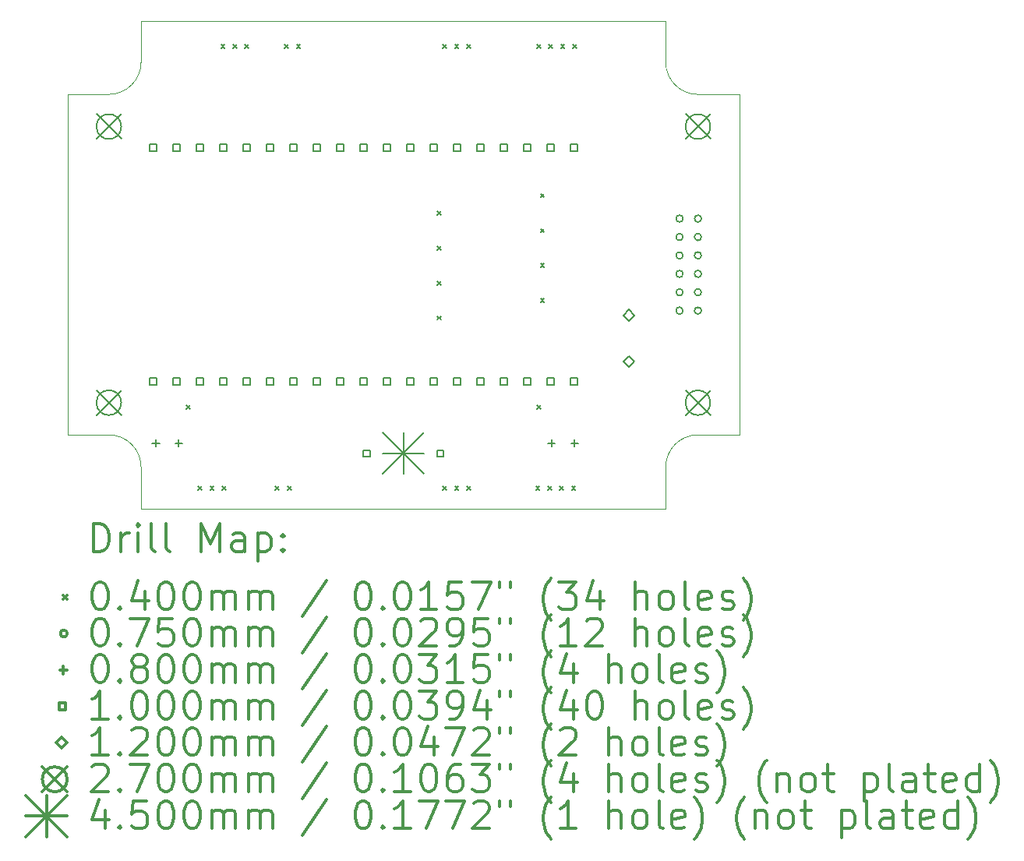
<source format=gbr>
%FSLAX45Y45*%
G04 Gerber Fmt 4.5, Leading zero omitted, Abs format (unit mm)*
G04 Created by KiCad (PCBNEW (5.1.10)-1) date 2021-11-20 11:05:54*
%MOMM*%
%LPD*%
G01*
G04 APERTURE LIST*
%TA.AperFunction,Profile*%
%ADD10C,0.050000*%
%TD*%
%ADD11C,0.200000*%
%ADD12C,0.300000*%
G04 APERTURE END LIST*
D10*
X6850000Y4500000D02*
G75*
G02*
X6500000Y4850000I0J350000D01*
G01*
X6500000Y5300000D02*
X6500000Y4850000D01*
X7300000Y4500000D02*
X6850000Y4500000D01*
X800000Y450000D02*
G75*
G03*
X450000Y800000I-350000J0D01*
G01*
X6500000Y450000D02*
G75*
G02*
X6850000Y800000I350000J0D01*
G01*
X7300000Y800000D02*
X6850000Y800000D01*
X6500000Y0D02*
X6500000Y450000D01*
X800000Y5300000D02*
X800000Y4850000D01*
X800000Y4850000D02*
G75*
G02*
X450000Y4500000I-350000J0D01*
G01*
X0Y4500000D02*
X0Y800000D01*
X6500000Y5300000D02*
X800000Y5300000D01*
X7300000Y800000D02*
X7300000Y4500000D01*
X800000Y0D02*
X6500000Y0D01*
X0Y800000D02*
X450000Y800000D01*
X800000Y450000D02*
X800000Y0D01*
X0Y4500000D02*
X450000Y4500000D01*
D11*
X1290000Y1120000D02*
X1330000Y1080000D01*
X1330000Y1120000D02*
X1290000Y1080000D01*
X1420000Y240000D02*
X1460000Y200000D01*
X1460000Y240000D02*
X1420000Y200000D01*
X1550000Y240000D02*
X1590000Y200000D01*
X1590000Y240000D02*
X1550000Y200000D01*
X1670000Y5040000D02*
X1710000Y5000000D01*
X1710000Y5040000D02*
X1670000Y5000000D01*
X1680000Y240000D02*
X1720000Y200000D01*
X1720000Y240000D02*
X1680000Y200000D01*
X1800000Y5040000D02*
X1840000Y5000000D01*
X1840000Y5040000D02*
X1800000Y5000000D01*
X1930000Y5040000D02*
X1970000Y5000000D01*
X1970000Y5040000D02*
X1930000Y5000000D01*
X2260000Y240000D02*
X2300000Y200000D01*
X2300000Y240000D02*
X2260000Y200000D01*
X2360000Y5040000D02*
X2400000Y5000000D01*
X2400000Y5040000D02*
X2360000Y5000000D01*
X2390000Y240000D02*
X2430000Y200000D01*
X2430000Y240000D02*
X2390000Y200000D01*
X2490000Y5040000D02*
X2530000Y5000000D01*
X2530000Y5040000D02*
X2490000Y5000000D01*
X4020000Y3230000D02*
X4060000Y3190000D01*
X4060000Y3230000D02*
X4020000Y3190000D01*
X4020000Y2850000D02*
X4060000Y2810000D01*
X4060000Y2850000D02*
X4020000Y2810000D01*
X4020000Y2470000D02*
X4060000Y2430000D01*
X4060000Y2470000D02*
X4020000Y2430000D01*
X4020000Y2090000D02*
X4060000Y2050000D01*
X4060000Y2090000D02*
X4020000Y2050000D01*
X4080000Y5040000D02*
X4120000Y5000000D01*
X4120000Y5040000D02*
X4080000Y5000000D01*
X4080000Y240000D02*
X4120000Y200000D01*
X4120000Y240000D02*
X4080000Y200000D01*
X4210000Y5040000D02*
X4250000Y5000000D01*
X4250000Y5040000D02*
X4210000Y5000000D01*
X4210000Y240000D02*
X4250000Y200000D01*
X4250000Y240000D02*
X4210000Y200000D01*
X4340000Y5040000D02*
X4380000Y5000000D01*
X4380000Y5040000D02*
X4340000Y5000000D01*
X4340000Y240000D02*
X4380000Y200000D01*
X4380000Y240000D02*
X4340000Y200000D01*
X5090000Y240000D02*
X5130000Y200000D01*
X5130000Y240000D02*
X5090000Y200000D01*
X5100000Y5040000D02*
X5140000Y5000000D01*
X5140000Y5040000D02*
X5100000Y5000000D01*
X5100000Y1120000D02*
X5140000Y1080000D01*
X5140000Y1120000D02*
X5100000Y1080000D01*
X5140000Y3420000D02*
X5180000Y3380000D01*
X5180000Y3420000D02*
X5140000Y3380000D01*
X5140000Y3040000D02*
X5180000Y3000000D01*
X5180000Y3040000D02*
X5140000Y3000000D01*
X5140000Y2660000D02*
X5180000Y2620000D01*
X5180000Y2660000D02*
X5140000Y2620000D01*
X5140000Y2280000D02*
X5180000Y2240000D01*
X5180000Y2280000D02*
X5140000Y2240000D01*
X5220000Y240000D02*
X5260000Y200000D01*
X5260000Y240000D02*
X5220000Y200000D01*
X5230000Y5040000D02*
X5270000Y5000000D01*
X5270000Y5040000D02*
X5230000Y5000000D01*
X5350000Y240000D02*
X5390000Y200000D01*
X5390000Y240000D02*
X5350000Y200000D01*
X5360000Y5040000D02*
X5400000Y5000000D01*
X5400000Y5040000D02*
X5360000Y5000000D01*
X5480000Y240000D02*
X5520000Y200000D01*
X5520000Y240000D02*
X5480000Y200000D01*
X5490000Y5040000D02*
X5530000Y5000000D01*
X5530000Y5040000D02*
X5490000Y5000000D01*
X6687500Y3150000D02*
G75*
G03*
X6687500Y3150000I-37500J0D01*
G01*
X6687500Y2950000D02*
G75*
G03*
X6687500Y2950000I-37500J0D01*
G01*
X6687500Y2750000D02*
G75*
G03*
X6687500Y2750000I-37500J0D01*
G01*
X6687500Y2550000D02*
G75*
G03*
X6687500Y2550000I-37500J0D01*
G01*
X6687500Y2350000D02*
G75*
G03*
X6687500Y2350000I-37500J0D01*
G01*
X6687500Y2150000D02*
G75*
G03*
X6687500Y2150000I-37500J0D01*
G01*
X6887500Y3150000D02*
G75*
G03*
X6887500Y3150000I-37500J0D01*
G01*
X6887500Y2950000D02*
G75*
G03*
X6887500Y2950000I-37500J0D01*
G01*
X6887500Y2750000D02*
G75*
G03*
X6887500Y2750000I-37500J0D01*
G01*
X6887500Y2550000D02*
G75*
G03*
X6887500Y2550000I-37500J0D01*
G01*
X6887500Y2350000D02*
G75*
G03*
X6887500Y2350000I-37500J0D01*
G01*
X6887500Y2150000D02*
G75*
G03*
X6887500Y2150000I-37500J0D01*
G01*
X960000Y750000D02*
X960000Y670000D01*
X920000Y710000D02*
X1000000Y710000D01*
X1210000Y750000D02*
X1210000Y670000D01*
X1170000Y710000D02*
X1250000Y710000D01*
X5260000Y750000D02*
X5260000Y670000D01*
X5220000Y710000D02*
X5300000Y710000D01*
X5510000Y750000D02*
X5510000Y670000D01*
X5470000Y710000D02*
X5550000Y710000D01*
X965356Y3884644D02*
X965356Y3955356D01*
X894644Y3955356D01*
X894644Y3884644D01*
X965356Y3884644D01*
X965356Y1344644D02*
X965356Y1415356D01*
X894644Y1415356D01*
X894644Y1344644D01*
X965356Y1344644D01*
X1219356Y3884644D02*
X1219356Y3955356D01*
X1148644Y3955356D01*
X1148644Y3884644D01*
X1219356Y3884644D01*
X1219356Y1344644D02*
X1219356Y1415356D01*
X1148644Y1415356D01*
X1148644Y1344644D01*
X1219356Y1344644D01*
X1473356Y3884644D02*
X1473356Y3955356D01*
X1402644Y3955356D01*
X1402644Y3884644D01*
X1473356Y3884644D01*
X1473356Y1344644D02*
X1473356Y1415356D01*
X1402644Y1415356D01*
X1402644Y1344644D01*
X1473356Y1344644D01*
X1727356Y3884644D02*
X1727356Y3955356D01*
X1656644Y3955356D01*
X1656644Y3884644D01*
X1727356Y3884644D01*
X1727356Y1344644D02*
X1727356Y1415356D01*
X1656644Y1415356D01*
X1656644Y1344644D01*
X1727356Y1344644D01*
X1981356Y3884644D02*
X1981356Y3955356D01*
X1910644Y3955356D01*
X1910644Y3884644D01*
X1981356Y3884644D01*
X1981356Y1344644D02*
X1981356Y1415356D01*
X1910644Y1415356D01*
X1910644Y1344644D01*
X1981356Y1344644D01*
X2235356Y3884644D02*
X2235356Y3955356D01*
X2164644Y3955356D01*
X2164644Y3884644D01*
X2235356Y3884644D01*
X2235356Y1344644D02*
X2235356Y1415356D01*
X2164644Y1415356D01*
X2164644Y1344644D01*
X2235356Y1344644D01*
X2489356Y3884644D02*
X2489356Y3955356D01*
X2418644Y3955356D01*
X2418644Y3884644D01*
X2489356Y3884644D01*
X2489356Y1344644D02*
X2489356Y1415356D01*
X2418644Y1415356D01*
X2418644Y1344644D01*
X2489356Y1344644D01*
X2743356Y3884644D02*
X2743356Y3955356D01*
X2672644Y3955356D01*
X2672644Y3884644D01*
X2743356Y3884644D01*
X2743356Y1344644D02*
X2743356Y1415356D01*
X2672644Y1415356D01*
X2672644Y1344644D01*
X2743356Y1344644D01*
X2997356Y3884644D02*
X2997356Y3955356D01*
X2926644Y3955356D01*
X2926644Y3884644D01*
X2997356Y3884644D01*
X2997356Y1344644D02*
X2997356Y1415356D01*
X2926644Y1415356D01*
X2926644Y1344644D01*
X2997356Y1344644D01*
X3251356Y3884644D02*
X3251356Y3955356D01*
X3180644Y3955356D01*
X3180644Y3884644D01*
X3251356Y3884644D01*
X3251356Y1344644D02*
X3251356Y1415356D01*
X3180644Y1415356D01*
X3180644Y1344644D01*
X3251356Y1344644D01*
X3285356Y564644D02*
X3285356Y635356D01*
X3214644Y635356D01*
X3214644Y564644D01*
X3285356Y564644D01*
X3505356Y3884644D02*
X3505356Y3955356D01*
X3434644Y3955356D01*
X3434644Y3884644D01*
X3505356Y3884644D01*
X3505356Y1344644D02*
X3505356Y1415356D01*
X3434644Y1415356D01*
X3434644Y1344644D01*
X3505356Y1344644D01*
X3759356Y3884644D02*
X3759356Y3955356D01*
X3688644Y3955356D01*
X3688644Y3884644D01*
X3759356Y3884644D01*
X3759356Y1344644D02*
X3759356Y1415356D01*
X3688644Y1415356D01*
X3688644Y1344644D01*
X3759356Y1344644D01*
X4013356Y3884644D02*
X4013356Y3955356D01*
X3942644Y3955356D01*
X3942644Y3884644D01*
X4013356Y3884644D01*
X4013356Y1344644D02*
X4013356Y1415356D01*
X3942644Y1415356D01*
X3942644Y1344644D01*
X4013356Y1344644D01*
X4085356Y564644D02*
X4085356Y635356D01*
X4014644Y635356D01*
X4014644Y564644D01*
X4085356Y564644D01*
X4267356Y3884644D02*
X4267356Y3955356D01*
X4196644Y3955356D01*
X4196644Y3884644D01*
X4267356Y3884644D01*
X4267356Y1344644D02*
X4267356Y1415356D01*
X4196644Y1415356D01*
X4196644Y1344644D01*
X4267356Y1344644D01*
X4521356Y3884644D02*
X4521356Y3955356D01*
X4450644Y3955356D01*
X4450644Y3884644D01*
X4521356Y3884644D01*
X4521356Y1344644D02*
X4521356Y1415356D01*
X4450644Y1415356D01*
X4450644Y1344644D01*
X4521356Y1344644D01*
X4775356Y3884644D02*
X4775356Y3955356D01*
X4704644Y3955356D01*
X4704644Y3884644D01*
X4775356Y3884644D01*
X4775356Y1344644D02*
X4775356Y1415356D01*
X4704644Y1415356D01*
X4704644Y1344644D01*
X4775356Y1344644D01*
X5029356Y3884644D02*
X5029356Y3955356D01*
X4958644Y3955356D01*
X4958644Y3884644D01*
X5029356Y3884644D01*
X5029356Y1344644D02*
X5029356Y1415356D01*
X4958644Y1415356D01*
X4958644Y1344644D01*
X5029356Y1344644D01*
X5283356Y3884644D02*
X5283356Y3955356D01*
X5212644Y3955356D01*
X5212644Y3884644D01*
X5283356Y3884644D01*
X5283356Y1344644D02*
X5283356Y1415356D01*
X5212644Y1415356D01*
X5212644Y1344644D01*
X5283356Y1344644D01*
X5537356Y3884644D02*
X5537356Y3955356D01*
X5466644Y3955356D01*
X5466644Y3884644D01*
X5537356Y3884644D01*
X5537356Y1344644D02*
X5537356Y1415356D01*
X5466644Y1415356D01*
X5466644Y1344644D01*
X5537356Y1344644D01*
X6100000Y2040000D02*
X6160000Y2100000D01*
X6100000Y2160000D01*
X6040000Y2100000D01*
X6100000Y2040000D01*
X6100000Y1540000D02*
X6160000Y1600000D01*
X6100000Y1660000D01*
X6040000Y1600000D01*
X6100000Y1540000D01*
X315000Y4285000D02*
X585000Y4015000D01*
X585000Y4285000D02*
X315000Y4015000D01*
X585000Y4150000D02*
G75*
G03*
X585000Y4150000I-135000J0D01*
G01*
X315000Y1285000D02*
X585000Y1015000D01*
X585000Y1285000D02*
X315000Y1015000D01*
X585000Y1150000D02*
G75*
G03*
X585000Y1150000I-135000J0D01*
G01*
X6715000Y4285000D02*
X6985000Y4015000D01*
X6985000Y4285000D02*
X6715000Y4015000D01*
X6985000Y4150000D02*
G75*
G03*
X6985000Y4150000I-135000J0D01*
G01*
X6715000Y1285000D02*
X6985000Y1015000D01*
X6985000Y1285000D02*
X6715000Y1015000D01*
X6985000Y1150000D02*
G75*
G03*
X6985000Y1150000I-135000J0D01*
G01*
X3425000Y825000D02*
X3875000Y375000D01*
X3875000Y825000D02*
X3425000Y375000D01*
X3650000Y825000D02*
X3650000Y375000D01*
X3425000Y600000D02*
X3875000Y600000D01*
D12*
X283928Y-468214D02*
X283928Y-168214D01*
X355357Y-168214D01*
X398214Y-182500D01*
X426786Y-211071D01*
X441071Y-239643D01*
X455357Y-296786D01*
X455357Y-339643D01*
X441071Y-396786D01*
X426786Y-425357D01*
X398214Y-453929D01*
X355357Y-468214D01*
X283928Y-468214D01*
X583928Y-468214D02*
X583928Y-268214D01*
X583928Y-325357D02*
X598214Y-296786D01*
X612500Y-282500D01*
X641071Y-268214D01*
X669643Y-268214D01*
X769643Y-468214D02*
X769643Y-268214D01*
X769643Y-168214D02*
X755357Y-182500D01*
X769643Y-196786D01*
X783928Y-182500D01*
X769643Y-168214D01*
X769643Y-196786D01*
X955357Y-468214D02*
X926786Y-453929D01*
X912500Y-425357D01*
X912500Y-168214D01*
X1112500Y-468214D02*
X1083928Y-453929D01*
X1069643Y-425357D01*
X1069643Y-168214D01*
X1455357Y-468214D02*
X1455357Y-168214D01*
X1555357Y-382500D01*
X1655357Y-168214D01*
X1655357Y-468214D01*
X1926786Y-468214D02*
X1926786Y-311072D01*
X1912500Y-282500D01*
X1883928Y-268214D01*
X1826786Y-268214D01*
X1798214Y-282500D01*
X1926786Y-453929D02*
X1898214Y-468214D01*
X1826786Y-468214D01*
X1798214Y-453929D01*
X1783928Y-425357D01*
X1783928Y-396786D01*
X1798214Y-368214D01*
X1826786Y-353929D01*
X1898214Y-353929D01*
X1926786Y-339643D01*
X2069643Y-268214D02*
X2069643Y-568214D01*
X2069643Y-282500D02*
X2098214Y-268214D01*
X2155357Y-268214D01*
X2183928Y-282500D01*
X2198214Y-296786D01*
X2212500Y-325357D01*
X2212500Y-411071D01*
X2198214Y-439643D01*
X2183928Y-453929D01*
X2155357Y-468214D01*
X2098214Y-468214D01*
X2069643Y-453929D01*
X2341071Y-439643D02*
X2355357Y-453929D01*
X2341071Y-468214D01*
X2326786Y-453929D01*
X2341071Y-439643D01*
X2341071Y-468214D01*
X2341071Y-282500D02*
X2355357Y-296786D01*
X2341071Y-311072D01*
X2326786Y-296786D01*
X2341071Y-282500D01*
X2341071Y-311072D01*
X-42500Y-942500D02*
X-2500Y-982500D01*
X-2500Y-942500D02*
X-42500Y-982500D01*
X341071Y-798214D02*
X369643Y-798214D01*
X398214Y-812500D01*
X412500Y-826786D01*
X426786Y-855357D01*
X441071Y-912500D01*
X441071Y-983929D01*
X426786Y-1041071D01*
X412500Y-1069643D01*
X398214Y-1083929D01*
X369643Y-1098214D01*
X341071Y-1098214D01*
X312500Y-1083929D01*
X298214Y-1069643D01*
X283928Y-1041071D01*
X269643Y-983929D01*
X269643Y-912500D01*
X283928Y-855357D01*
X298214Y-826786D01*
X312500Y-812500D01*
X341071Y-798214D01*
X569643Y-1069643D02*
X583928Y-1083929D01*
X569643Y-1098214D01*
X555357Y-1083929D01*
X569643Y-1069643D01*
X569643Y-1098214D01*
X841071Y-898214D02*
X841071Y-1098214D01*
X769643Y-783929D02*
X698214Y-998214D01*
X883928Y-998214D01*
X1055357Y-798214D02*
X1083928Y-798214D01*
X1112500Y-812500D01*
X1126786Y-826786D01*
X1141071Y-855357D01*
X1155357Y-912500D01*
X1155357Y-983929D01*
X1141071Y-1041071D01*
X1126786Y-1069643D01*
X1112500Y-1083929D01*
X1083928Y-1098214D01*
X1055357Y-1098214D01*
X1026786Y-1083929D01*
X1012500Y-1069643D01*
X998214Y-1041071D01*
X983928Y-983929D01*
X983928Y-912500D01*
X998214Y-855357D01*
X1012500Y-826786D01*
X1026786Y-812500D01*
X1055357Y-798214D01*
X1341071Y-798214D02*
X1369643Y-798214D01*
X1398214Y-812500D01*
X1412500Y-826786D01*
X1426786Y-855357D01*
X1441071Y-912500D01*
X1441071Y-983929D01*
X1426786Y-1041071D01*
X1412500Y-1069643D01*
X1398214Y-1083929D01*
X1369643Y-1098214D01*
X1341071Y-1098214D01*
X1312500Y-1083929D01*
X1298214Y-1069643D01*
X1283928Y-1041071D01*
X1269643Y-983929D01*
X1269643Y-912500D01*
X1283928Y-855357D01*
X1298214Y-826786D01*
X1312500Y-812500D01*
X1341071Y-798214D01*
X1569643Y-1098214D02*
X1569643Y-898214D01*
X1569643Y-926786D02*
X1583928Y-912500D01*
X1612500Y-898214D01*
X1655357Y-898214D01*
X1683928Y-912500D01*
X1698214Y-941071D01*
X1698214Y-1098214D01*
X1698214Y-941071D02*
X1712500Y-912500D01*
X1741071Y-898214D01*
X1783928Y-898214D01*
X1812500Y-912500D01*
X1826786Y-941071D01*
X1826786Y-1098214D01*
X1969643Y-1098214D02*
X1969643Y-898214D01*
X1969643Y-926786D02*
X1983928Y-912500D01*
X2012500Y-898214D01*
X2055357Y-898214D01*
X2083928Y-912500D01*
X2098214Y-941071D01*
X2098214Y-1098214D01*
X2098214Y-941071D02*
X2112500Y-912500D01*
X2141071Y-898214D01*
X2183928Y-898214D01*
X2212500Y-912500D01*
X2226786Y-941071D01*
X2226786Y-1098214D01*
X2812500Y-783929D02*
X2555357Y-1169643D01*
X3198214Y-798214D02*
X3226786Y-798214D01*
X3255357Y-812500D01*
X3269643Y-826786D01*
X3283928Y-855357D01*
X3298214Y-912500D01*
X3298214Y-983929D01*
X3283928Y-1041071D01*
X3269643Y-1069643D01*
X3255357Y-1083929D01*
X3226786Y-1098214D01*
X3198214Y-1098214D01*
X3169643Y-1083929D01*
X3155357Y-1069643D01*
X3141071Y-1041071D01*
X3126786Y-983929D01*
X3126786Y-912500D01*
X3141071Y-855357D01*
X3155357Y-826786D01*
X3169643Y-812500D01*
X3198214Y-798214D01*
X3426786Y-1069643D02*
X3441071Y-1083929D01*
X3426786Y-1098214D01*
X3412500Y-1083929D01*
X3426786Y-1069643D01*
X3426786Y-1098214D01*
X3626786Y-798214D02*
X3655357Y-798214D01*
X3683928Y-812500D01*
X3698214Y-826786D01*
X3712500Y-855357D01*
X3726786Y-912500D01*
X3726786Y-983929D01*
X3712500Y-1041071D01*
X3698214Y-1069643D01*
X3683928Y-1083929D01*
X3655357Y-1098214D01*
X3626786Y-1098214D01*
X3598214Y-1083929D01*
X3583928Y-1069643D01*
X3569643Y-1041071D01*
X3555357Y-983929D01*
X3555357Y-912500D01*
X3569643Y-855357D01*
X3583928Y-826786D01*
X3598214Y-812500D01*
X3626786Y-798214D01*
X4012500Y-1098214D02*
X3841071Y-1098214D01*
X3926786Y-1098214D02*
X3926786Y-798214D01*
X3898214Y-841071D01*
X3869643Y-869643D01*
X3841071Y-883929D01*
X4283928Y-798214D02*
X4141071Y-798214D01*
X4126786Y-941071D01*
X4141071Y-926786D01*
X4169643Y-912500D01*
X4241071Y-912500D01*
X4269643Y-926786D01*
X4283928Y-941071D01*
X4298214Y-969643D01*
X4298214Y-1041071D01*
X4283928Y-1069643D01*
X4269643Y-1083929D01*
X4241071Y-1098214D01*
X4169643Y-1098214D01*
X4141071Y-1083929D01*
X4126786Y-1069643D01*
X4398214Y-798214D02*
X4598214Y-798214D01*
X4469643Y-1098214D01*
X4698214Y-798214D02*
X4698214Y-855357D01*
X4812500Y-798214D02*
X4812500Y-855357D01*
X5255357Y-1212500D02*
X5241071Y-1198214D01*
X5212500Y-1155357D01*
X5198214Y-1126786D01*
X5183928Y-1083929D01*
X5169643Y-1012500D01*
X5169643Y-955357D01*
X5183928Y-883929D01*
X5198214Y-841071D01*
X5212500Y-812500D01*
X5241071Y-769643D01*
X5255357Y-755357D01*
X5341071Y-798214D02*
X5526786Y-798214D01*
X5426786Y-912500D01*
X5469643Y-912500D01*
X5498214Y-926786D01*
X5512500Y-941071D01*
X5526786Y-969643D01*
X5526786Y-1041071D01*
X5512500Y-1069643D01*
X5498214Y-1083929D01*
X5469643Y-1098214D01*
X5383928Y-1098214D01*
X5355357Y-1083929D01*
X5341071Y-1069643D01*
X5783928Y-898214D02*
X5783928Y-1098214D01*
X5712500Y-783929D02*
X5641071Y-998214D01*
X5826786Y-998214D01*
X6169643Y-1098214D02*
X6169643Y-798214D01*
X6298214Y-1098214D02*
X6298214Y-941071D01*
X6283928Y-912500D01*
X6255357Y-898214D01*
X6212500Y-898214D01*
X6183928Y-912500D01*
X6169643Y-926786D01*
X6483928Y-1098214D02*
X6455357Y-1083929D01*
X6441071Y-1069643D01*
X6426786Y-1041071D01*
X6426786Y-955357D01*
X6441071Y-926786D01*
X6455357Y-912500D01*
X6483928Y-898214D01*
X6526786Y-898214D01*
X6555357Y-912500D01*
X6569643Y-926786D01*
X6583928Y-955357D01*
X6583928Y-1041071D01*
X6569643Y-1069643D01*
X6555357Y-1083929D01*
X6526786Y-1098214D01*
X6483928Y-1098214D01*
X6755357Y-1098214D02*
X6726786Y-1083929D01*
X6712500Y-1055357D01*
X6712500Y-798214D01*
X6983928Y-1083929D02*
X6955357Y-1098214D01*
X6898214Y-1098214D01*
X6869643Y-1083929D01*
X6855357Y-1055357D01*
X6855357Y-941071D01*
X6869643Y-912500D01*
X6898214Y-898214D01*
X6955357Y-898214D01*
X6983928Y-912500D01*
X6998214Y-941071D01*
X6998214Y-969643D01*
X6855357Y-998214D01*
X7112500Y-1083929D02*
X7141071Y-1098214D01*
X7198214Y-1098214D01*
X7226786Y-1083929D01*
X7241071Y-1055357D01*
X7241071Y-1041071D01*
X7226786Y-1012500D01*
X7198214Y-998214D01*
X7155357Y-998214D01*
X7126786Y-983929D01*
X7112500Y-955357D01*
X7112500Y-941071D01*
X7126786Y-912500D01*
X7155357Y-898214D01*
X7198214Y-898214D01*
X7226786Y-912500D01*
X7341071Y-1212500D02*
X7355357Y-1198214D01*
X7383928Y-1155357D01*
X7398214Y-1126786D01*
X7412500Y-1083929D01*
X7426786Y-1012500D01*
X7426786Y-955357D01*
X7412500Y-883929D01*
X7398214Y-841071D01*
X7383928Y-812500D01*
X7355357Y-769643D01*
X7341071Y-755357D01*
X-2500Y-1358500D02*
G75*
G03*
X-2500Y-1358500I-37500J0D01*
G01*
X341071Y-1194214D02*
X369643Y-1194214D01*
X398214Y-1208500D01*
X412500Y-1222786D01*
X426786Y-1251357D01*
X441071Y-1308500D01*
X441071Y-1379929D01*
X426786Y-1437071D01*
X412500Y-1465643D01*
X398214Y-1479929D01*
X369643Y-1494214D01*
X341071Y-1494214D01*
X312500Y-1479929D01*
X298214Y-1465643D01*
X283928Y-1437071D01*
X269643Y-1379929D01*
X269643Y-1308500D01*
X283928Y-1251357D01*
X298214Y-1222786D01*
X312500Y-1208500D01*
X341071Y-1194214D01*
X569643Y-1465643D02*
X583928Y-1479929D01*
X569643Y-1494214D01*
X555357Y-1479929D01*
X569643Y-1465643D01*
X569643Y-1494214D01*
X683928Y-1194214D02*
X883928Y-1194214D01*
X755357Y-1494214D01*
X1141071Y-1194214D02*
X998214Y-1194214D01*
X983928Y-1337072D01*
X998214Y-1322786D01*
X1026786Y-1308500D01*
X1098214Y-1308500D01*
X1126786Y-1322786D01*
X1141071Y-1337072D01*
X1155357Y-1365643D01*
X1155357Y-1437071D01*
X1141071Y-1465643D01*
X1126786Y-1479929D01*
X1098214Y-1494214D01*
X1026786Y-1494214D01*
X998214Y-1479929D01*
X983928Y-1465643D01*
X1341071Y-1194214D02*
X1369643Y-1194214D01*
X1398214Y-1208500D01*
X1412500Y-1222786D01*
X1426786Y-1251357D01*
X1441071Y-1308500D01*
X1441071Y-1379929D01*
X1426786Y-1437071D01*
X1412500Y-1465643D01*
X1398214Y-1479929D01*
X1369643Y-1494214D01*
X1341071Y-1494214D01*
X1312500Y-1479929D01*
X1298214Y-1465643D01*
X1283928Y-1437071D01*
X1269643Y-1379929D01*
X1269643Y-1308500D01*
X1283928Y-1251357D01*
X1298214Y-1222786D01*
X1312500Y-1208500D01*
X1341071Y-1194214D01*
X1569643Y-1494214D02*
X1569643Y-1294214D01*
X1569643Y-1322786D02*
X1583928Y-1308500D01*
X1612500Y-1294214D01*
X1655357Y-1294214D01*
X1683928Y-1308500D01*
X1698214Y-1337072D01*
X1698214Y-1494214D01*
X1698214Y-1337072D02*
X1712500Y-1308500D01*
X1741071Y-1294214D01*
X1783928Y-1294214D01*
X1812500Y-1308500D01*
X1826786Y-1337072D01*
X1826786Y-1494214D01*
X1969643Y-1494214D02*
X1969643Y-1294214D01*
X1969643Y-1322786D02*
X1983928Y-1308500D01*
X2012500Y-1294214D01*
X2055357Y-1294214D01*
X2083928Y-1308500D01*
X2098214Y-1337072D01*
X2098214Y-1494214D01*
X2098214Y-1337072D02*
X2112500Y-1308500D01*
X2141071Y-1294214D01*
X2183928Y-1294214D01*
X2212500Y-1308500D01*
X2226786Y-1337072D01*
X2226786Y-1494214D01*
X2812500Y-1179929D02*
X2555357Y-1565643D01*
X3198214Y-1194214D02*
X3226786Y-1194214D01*
X3255357Y-1208500D01*
X3269643Y-1222786D01*
X3283928Y-1251357D01*
X3298214Y-1308500D01*
X3298214Y-1379929D01*
X3283928Y-1437071D01*
X3269643Y-1465643D01*
X3255357Y-1479929D01*
X3226786Y-1494214D01*
X3198214Y-1494214D01*
X3169643Y-1479929D01*
X3155357Y-1465643D01*
X3141071Y-1437071D01*
X3126786Y-1379929D01*
X3126786Y-1308500D01*
X3141071Y-1251357D01*
X3155357Y-1222786D01*
X3169643Y-1208500D01*
X3198214Y-1194214D01*
X3426786Y-1465643D02*
X3441071Y-1479929D01*
X3426786Y-1494214D01*
X3412500Y-1479929D01*
X3426786Y-1465643D01*
X3426786Y-1494214D01*
X3626786Y-1194214D02*
X3655357Y-1194214D01*
X3683928Y-1208500D01*
X3698214Y-1222786D01*
X3712500Y-1251357D01*
X3726786Y-1308500D01*
X3726786Y-1379929D01*
X3712500Y-1437071D01*
X3698214Y-1465643D01*
X3683928Y-1479929D01*
X3655357Y-1494214D01*
X3626786Y-1494214D01*
X3598214Y-1479929D01*
X3583928Y-1465643D01*
X3569643Y-1437071D01*
X3555357Y-1379929D01*
X3555357Y-1308500D01*
X3569643Y-1251357D01*
X3583928Y-1222786D01*
X3598214Y-1208500D01*
X3626786Y-1194214D01*
X3841071Y-1222786D02*
X3855357Y-1208500D01*
X3883928Y-1194214D01*
X3955357Y-1194214D01*
X3983928Y-1208500D01*
X3998214Y-1222786D01*
X4012500Y-1251357D01*
X4012500Y-1279929D01*
X3998214Y-1322786D01*
X3826786Y-1494214D01*
X4012500Y-1494214D01*
X4155357Y-1494214D02*
X4212500Y-1494214D01*
X4241071Y-1479929D01*
X4255357Y-1465643D01*
X4283928Y-1422786D01*
X4298214Y-1365643D01*
X4298214Y-1251357D01*
X4283928Y-1222786D01*
X4269643Y-1208500D01*
X4241071Y-1194214D01*
X4183928Y-1194214D01*
X4155357Y-1208500D01*
X4141071Y-1222786D01*
X4126786Y-1251357D01*
X4126786Y-1322786D01*
X4141071Y-1351357D01*
X4155357Y-1365643D01*
X4183928Y-1379929D01*
X4241071Y-1379929D01*
X4269643Y-1365643D01*
X4283928Y-1351357D01*
X4298214Y-1322786D01*
X4569643Y-1194214D02*
X4426786Y-1194214D01*
X4412500Y-1337072D01*
X4426786Y-1322786D01*
X4455357Y-1308500D01*
X4526786Y-1308500D01*
X4555357Y-1322786D01*
X4569643Y-1337072D01*
X4583928Y-1365643D01*
X4583928Y-1437071D01*
X4569643Y-1465643D01*
X4555357Y-1479929D01*
X4526786Y-1494214D01*
X4455357Y-1494214D01*
X4426786Y-1479929D01*
X4412500Y-1465643D01*
X4698214Y-1194214D02*
X4698214Y-1251357D01*
X4812500Y-1194214D02*
X4812500Y-1251357D01*
X5255357Y-1608500D02*
X5241071Y-1594214D01*
X5212500Y-1551357D01*
X5198214Y-1522786D01*
X5183928Y-1479929D01*
X5169643Y-1408500D01*
X5169643Y-1351357D01*
X5183928Y-1279929D01*
X5198214Y-1237072D01*
X5212500Y-1208500D01*
X5241071Y-1165643D01*
X5255357Y-1151357D01*
X5526786Y-1494214D02*
X5355357Y-1494214D01*
X5441071Y-1494214D02*
X5441071Y-1194214D01*
X5412500Y-1237072D01*
X5383928Y-1265643D01*
X5355357Y-1279929D01*
X5641071Y-1222786D02*
X5655357Y-1208500D01*
X5683928Y-1194214D01*
X5755357Y-1194214D01*
X5783928Y-1208500D01*
X5798214Y-1222786D01*
X5812500Y-1251357D01*
X5812500Y-1279929D01*
X5798214Y-1322786D01*
X5626786Y-1494214D01*
X5812500Y-1494214D01*
X6169643Y-1494214D02*
X6169643Y-1194214D01*
X6298214Y-1494214D02*
X6298214Y-1337072D01*
X6283928Y-1308500D01*
X6255357Y-1294214D01*
X6212500Y-1294214D01*
X6183928Y-1308500D01*
X6169643Y-1322786D01*
X6483928Y-1494214D02*
X6455357Y-1479929D01*
X6441071Y-1465643D01*
X6426786Y-1437071D01*
X6426786Y-1351357D01*
X6441071Y-1322786D01*
X6455357Y-1308500D01*
X6483928Y-1294214D01*
X6526786Y-1294214D01*
X6555357Y-1308500D01*
X6569643Y-1322786D01*
X6583928Y-1351357D01*
X6583928Y-1437071D01*
X6569643Y-1465643D01*
X6555357Y-1479929D01*
X6526786Y-1494214D01*
X6483928Y-1494214D01*
X6755357Y-1494214D02*
X6726786Y-1479929D01*
X6712500Y-1451357D01*
X6712500Y-1194214D01*
X6983928Y-1479929D02*
X6955357Y-1494214D01*
X6898214Y-1494214D01*
X6869643Y-1479929D01*
X6855357Y-1451357D01*
X6855357Y-1337072D01*
X6869643Y-1308500D01*
X6898214Y-1294214D01*
X6955357Y-1294214D01*
X6983928Y-1308500D01*
X6998214Y-1337072D01*
X6998214Y-1365643D01*
X6855357Y-1394214D01*
X7112500Y-1479929D02*
X7141071Y-1494214D01*
X7198214Y-1494214D01*
X7226786Y-1479929D01*
X7241071Y-1451357D01*
X7241071Y-1437071D01*
X7226786Y-1408500D01*
X7198214Y-1394214D01*
X7155357Y-1394214D01*
X7126786Y-1379929D01*
X7112500Y-1351357D01*
X7112500Y-1337072D01*
X7126786Y-1308500D01*
X7155357Y-1294214D01*
X7198214Y-1294214D01*
X7226786Y-1308500D01*
X7341071Y-1608500D02*
X7355357Y-1594214D01*
X7383928Y-1551357D01*
X7398214Y-1522786D01*
X7412500Y-1479929D01*
X7426786Y-1408500D01*
X7426786Y-1351357D01*
X7412500Y-1279929D01*
X7398214Y-1237072D01*
X7383928Y-1208500D01*
X7355357Y-1165643D01*
X7341071Y-1151357D01*
X-42500Y-1714500D02*
X-42500Y-1794500D01*
X-82500Y-1754500D02*
X-2500Y-1754500D01*
X341071Y-1590214D02*
X369643Y-1590214D01*
X398214Y-1604500D01*
X412500Y-1618786D01*
X426786Y-1647357D01*
X441071Y-1704500D01*
X441071Y-1775929D01*
X426786Y-1833071D01*
X412500Y-1861643D01*
X398214Y-1875929D01*
X369643Y-1890214D01*
X341071Y-1890214D01*
X312500Y-1875929D01*
X298214Y-1861643D01*
X283928Y-1833071D01*
X269643Y-1775929D01*
X269643Y-1704500D01*
X283928Y-1647357D01*
X298214Y-1618786D01*
X312500Y-1604500D01*
X341071Y-1590214D01*
X569643Y-1861643D02*
X583928Y-1875929D01*
X569643Y-1890214D01*
X555357Y-1875929D01*
X569643Y-1861643D01*
X569643Y-1890214D01*
X755357Y-1718786D02*
X726786Y-1704500D01*
X712500Y-1690214D01*
X698214Y-1661643D01*
X698214Y-1647357D01*
X712500Y-1618786D01*
X726786Y-1604500D01*
X755357Y-1590214D01*
X812500Y-1590214D01*
X841071Y-1604500D01*
X855357Y-1618786D01*
X869643Y-1647357D01*
X869643Y-1661643D01*
X855357Y-1690214D01*
X841071Y-1704500D01*
X812500Y-1718786D01*
X755357Y-1718786D01*
X726786Y-1733071D01*
X712500Y-1747357D01*
X698214Y-1775929D01*
X698214Y-1833071D01*
X712500Y-1861643D01*
X726786Y-1875929D01*
X755357Y-1890214D01*
X812500Y-1890214D01*
X841071Y-1875929D01*
X855357Y-1861643D01*
X869643Y-1833071D01*
X869643Y-1775929D01*
X855357Y-1747357D01*
X841071Y-1733071D01*
X812500Y-1718786D01*
X1055357Y-1590214D02*
X1083928Y-1590214D01*
X1112500Y-1604500D01*
X1126786Y-1618786D01*
X1141071Y-1647357D01*
X1155357Y-1704500D01*
X1155357Y-1775929D01*
X1141071Y-1833071D01*
X1126786Y-1861643D01*
X1112500Y-1875929D01*
X1083928Y-1890214D01*
X1055357Y-1890214D01*
X1026786Y-1875929D01*
X1012500Y-1861643D01*
X998214Y-1833071D01*
X983928Y-1775929D01*
X983928Y-1704500D01*
X998214Y-1647357D01*
X1012500Y-1618786D01*
X1026786Y-1604500D01*
X1055357Y-1590214D01*
X1341071Y-1590214D02*
X1369643Y-1590214D01*
X1398214Y-1604500D01*
X1412500Y-1618786D01*
X1426786Y-1647357D01*
X1441071Y-1704500D01*
X1441071Y-1775929D01*
X1426786Y-1833071D01*
X1412500Y-1861643D01*
X1398214Y-1875929D01*
X1369643Y-1890214D01*
X1341071Y-1890214D01*
X1312500Y-1875929D01*
X1298214Y-1861643D01*
X1283928Y-1833071D01*
X1269643Y-1775929D01*
X1269643Y-1704500D01*
X1283928Y-1647357D01*
X1298214Y-1618786D01*
X1312500Y-1604500D01*
X1341071Y-1590214D01*
X1569643Y-1890214D02*
X1569643Y-1690214D01*
X1569643Y-1718786D02*
X1583928Y-1704500D01*
X1612500Y-1690214D01*
X1655357Y-1690214D01*
X1683928Y-1704500D01*
X1698214Y-1733071D01*
X1698214Y-1890214D01*
X1698214Y-1733071D02*
X1712500Y-1704500D01*
X1741071Y-1690214D01*
X1783928Y-1690214D01*
X1812500Y-1704500D01*
X1826786Y-1733071D01*
X1826786Y-1890214D01*
X1969643Y-1890214D02*
X1969643Y-1690214D01*
X1969643Y-1718786D02*
X1983928Y-1704500D01*
X2012500Y-1690214D01*
X2055357Y-1690214D01*
X2083928Y-1704500D01*
X2098214Y-1733071D01*
X2098214Y-1890214D01*
X2098214Y-1733071D02*
X2112500Y-1704500D01*
X2141071Y-1690214D01*
X2183928Y-1690214D01*
X2212500Y-1704500D01*
X2226786Y-1733071D01*
X2226786Y-1890214D01*
X2812500Y-1575929D02*
X2555357Y-1961643D01*
X3198214Y-1590214D02*
X3226786Y-1590214D01*
X3255357Y-1604500D01*
X3269643Y-1618786D01*
X3283928Y-1647357D01*
X3298214Y-1704500D01*
X3298214Y-1775929D01*
X3283928Y-1833071D01*
X3269643Y-1861643D01*
X3255357Y-1875929D01*
X3226786Y-1890214D01*
X3198214Y-1890214D01*
X3169643Y-1875929D01*
X3155357Y-1861643D01*
X3141071Y-1833071D01*
X3126786Y-1775929D01*
X3126786Y-1704500D01*
X3141071Y-1647357D01*
X3155357Y-1618786D01*
X3169643Y-1604500D01*
X3198214Y-1590214D01*
X3426786Y-1861643D02*
X3441071Y-1875929D01*
X3426786Y-1890214D01*
X3412500Y-1875929D01*
X3426786Y-1861643D01*
X3426786Y-1890214D01*
X3626786Y-1590214D02*
X3655357Y-1590214D01*
X3683928Y-1604500D01*
X3698214Y-1618786D01*
X3712500Y-1647357D01*
X3726786Y-1704500D01*
X3726786Y-1775929D01*
X3712500Y-1833071D01*
X3698214Y-1861643D01*
X3683928Y-1875929D01*
X3655357Y-1890214D01*
X3626786Y-1890214D01*
X3598214Y-1875929D01*
X3583928Y-1861643D01*
X3569643Y-1833071D01*
X3555357Y-1775929D01*
X3555357Y-1704500D01*
X3569643Y-1647357D01*
X3583928Y-1618786D01*
X3598214Y-1604500D01*
X3626786Y-1590214D01*
X3826786Y-1590214D02*
X4012500Y-1590214D01*
X3912500Y-1704500D01*
X3955357Y-1704500D01*
X3983928Y-1718786D01*
X3998214Y-1733071D01*
X4012500Y-1761643D01*
X4012500Y-1833071D01*
X3998214Y-1861643D01*
X3983928Y-1875929D01*
X3955357Y-1890214D01*
X3869643Y-1890214D01*
X3841071Y-1875929D01*
X3826786Y-1861643D01*
X4298214Y-1890214D02*
X4126786Y-1890214D01*
X4212500Y-1890214D02*
X4212500Y-1590214D01*
X4183928Y-1633071D01*
X4155357Y-1661643D01*
X4126786Y-1675929D01*
X4569643Y-1590214D02*
X4426786Y-1590214D01*
X4412500Y-1733071D01*
X4426786Y-1718786D01*
X4455357Y-1704500D01*
X4526786Y-1704500D01*
X4555357Y-1718786D01*
X4569643Y-1733071D01*
X4583928Y-1761643D01*
X4583928Y-1833071D01*
X4569643Y-1861643D01*
X4555357Y-1875929D01*
X4526786Y-1890214D01*
X4455357Y-1890214D01*
X4426786Y-1875929D01*
X4412500Y-1861643D01*
X4698214Y-1590214D02*
X4698214Y-1647357D01*
X4812500Y-1590214D02*
X4812500Y-1647357D01*
X5255357Y-2004500D02*
X5241071Y-1990214D01*
X5212500Y-1947357D01*
X5198214Y-1918786D01*
X5183928Y-1875929D01*
X5169643Y-1804500D01*
X5169643Y-1747357D01*
X5183928Y-1675929D01*
X5198214Y-1633071D01*
X5212500Y-1604500D01*
X5241071Y-1561643D01*
X5255357Y-1547357D01*
X5498214Y-1690214D02*
X5498214Y-1890214D01*
X5426786Y-1575929D02*
X5355357Y-1790214D01*
X5541071Y-1790214D01*
X5883928Y-1890214D02*
X5883928Y-1590214D01*
X6012500Y-1890214D02*
X6012500Y-1733071D01*
X5998214Y-1704500D01*
X5969643Y-1690214D01*
X5926786Y-1690214D01*
X5898214Y-1704500D01*
X5883928Y-1718786D01*
X6198214Y-1890214D02*
X6169643Y-1875929D01*
X6155357Y-1861643D01*
X6141071Y-1833071D01*
X6141071Y-1747357D01*
X6155357Y-1718786D01*
X6169643Y-1704500D01*
X6198214Y-1690214D01*
X6241071Y-1690214D01*
X6269643Y-1704500D01*
X6283928Y-1718786D01*
X6298214Y-1747357D01*
X6298214Y-1833071D01*
X6283928Y-1861643D01*
X6269643Y-1875929D01*
X6241071Y-1890214D01*
X6198214Y-1890214D01*
X6469643Y-1890214D02*
X6441071Y-1875929D01*
X6426786Y-1847357D01*
X6426786Y-1590214D01*
X6698214Y-1875929D02*
X6669643Y-1890214D01*
X6612500Y-1890214D01*
X6583928Y-1875929D01*
X6569643Y-1847357D01*
X6569643Y-1733071D01*
X6583928Y-1704500D01*
X6612500Y-1690214D01*
X6669643Y-1690214D01*
X6698214Y-1704500D01*
X6712500Y-1733071D01*
X6712500Y-1761643D01*
X6569643Y-1790214D01*
X6826786Y-1875929D02*
X6855357Y-1890214D01*
X6912500Y-1890214D01*
X6941071Y-1875929D01*
X6955357Y-1847357D01*
X6955357Y-1833071D01*
X6941071Y-1804500D01*
X6912500Y-1790214D01*
X6869643Y-1790214D01*
X6841071Y-1775929D01*
X6826786Y-1747357D01*
X6826786Y-1733071D01*
X6841071Y-1704500D01*
X6869643Y-1690214D01*
X6912500Y-1690214D01*
X6941071Y-1704500D01*
X7055357Y-2004500D02*
X7069643Y-1990214D01*
X7098214Y-1947357D01*
X7112500Y-1918786D01*
X7126786Y-1875929D01*
X7141071Y-1804500D01*
X7141071Y-1747357D01*
X7126786Y-1675929D01*
X7112500Y-1633071D01*
X7098214Y-1604500D01*
X7069643Y-1561643D01*
X7055357Y-1547357D01*
X-17144Y-2185856D02*
X-17144Y-2115144D01*
X-87856Y-2115144D01*
X-87856Y-2185856D01*
X-17144Y-2185856D01*
X441071Y-2286214D02*
X269643Y-2286214D01*
X355357Y-2286214D02*
X355357Y-1986214D01*
X326786Y-2029071D01*
X298214Y-2057643D01*
X269643Y-2071929D01*
X569643Y-2257643D02*
X583928Y-2271929D01*
X569643Y-2286214D01*
X555357Y-2271929D01*
X569643Y-2257643D01*
X569643Y-2286214D01*
X769643Y-1986214D02*
X798214Y-1986214D01*
X826786Y-2000500D01*
X841071Y-2014786D01*
X855357Y-2043357D01*
X869643Y-2100500D01*
X869643Y-2171929D01*
X855357Y-2229072D01*
X841071Y-2257643D01*
X826786Y-2271929D01*
X798214Y-2286214D01*
X769643Y-2286214D01*
X741071Y-2271929D01*
X726786Y-2257643D01*
X712500Y-2229072D01*
X698214Y-2171929D01*
X698214Y-2100500D01*
X712500Y-2043357D01*
X726786Y-2014786D01*
X741071Y-2000500D01*
X769643Y-1986214D01*
X1055357Y-1986214D02*
X1083928Y-1986214D01*
X1112500Y-2000500D01*
X1126786Y-2014786D01*
X1141071Y-2043357D01*
X1155357Y-2100500D01*
X1155357Y-2171929D01*
X1141071Y-2229072D01*
X1126786Y-2257643D01*
X1112500Y-2271929D01*
X1083928Y-2286214D01*
X1055357Y-2286214D01*
X1026786Y-2271929D01*
X1012500Y-2257643D01*
X998214Y-2229072D01*
X983928Y-2171929D01*
X983928Y-2100500D01*
X998214Y-2043357D01*
X1012500Y-2014786D01*
X1026786Y-2000500D01*
X1055357Y-1986214D01*
X1341071Y-1986214D02*
X1369643Y-1986214D01*
X1398214Y-2000500D01*
X1412500Y-2014786D01*
X1426786Y-2043357D01*
X1441071Y-2100500D01*
X1441071Y-2171929D01*
X1426786Y-2229072D01*
X1412500Y-2257643D01*
X1398214Y-2271929D01*
X1369643Y-2286214D01*
X1341071Y-2286214D01*
X1312500Y-2271929D01*
X1298214Y-2257643D01*
X1283928Y-2229072D01*
X1269643Y-2171929D01*
X1269643Y-2100500D01*
X1283928Y-2043357D01*
X1298214Y-2014786D01*
X1312500Y-2000500D01*
X1341071Y-1986214D01*
X1569643Y-2286214D02*
X1569643Y-2086214D01*
X1569643Y-2114786D02*
X1583928Y-2100500D01*
X1612500Y-2086214D01*
X1655357Y-2086214D01*
X1683928Y-2100500D01*
X1698214Y-2129072D01*
X1698214Y-2286214D01*
X1698214Y-2129072D02*
X1712500Y-2100500D01*
X1741071Y-2086214D01*
X1783928Y-2086214D01*
X1812500Y-2100500D01*
X1826786Y-2129072D01*
X1826786Y-2286214D01*
X1969643Y-2286214D02*
X1969643Y-2086214D01*
X1969643Y-2114786D02*
X1983928Y-2100500D01*
X2012500Y-2086214D01*
X2055357Y-2086214D01*
X2083928Y-2100500D01*
X2098214Y-2129072D01*
X2098214Y-2286214D01*
X2098214Y-2129072D02*
X2112500Y-2100500D01*
X2141071Y-2086214D01*
X2183928Y-2086214D01*
X2212500Y-2100500D01*
X2226786Y-2129072D01*
X2226786Y-2286214D01*
X2812500Y-1971929D02*
X2555357Y-2357643D01*
X3198214Y-1986214D02*
X3226786Y-1986214D01*
X3255357Y-2000500D01*
X3269643Y-2014786D01*
X3283928Y-2043357D01*
X3298214Y-2100500D01*
X3298214Y-2171929D01*
X3283928Y-2229072D01*
X3269643Y-2257643D01*
X3255357Y-2271929D01*
X3226786Y-2286214D01*
X3198214Y-2286214D01*
X3169643Y-2271929D01*
X3155357Y-2257643D01*
X3141071Y-2229072D01*
X3126786Y-2171929D01*
X3126786Y-2100500D01*
X3141071Y-2043357D01*
X3155357Y-2014786D01*
X3169643Y-2000500D01*
X3198214Y-1986214D01*
X3426786Y-2257643D02*
X3441071Y-2271929D01*
X3426786Y-2286214D01*
X3412500Y-2271929D01*
X3426786Y-2257643D01*
X3426786Y-2286214D01*
X3626786Y-1986214D02*
X3655357Y-1986214D01*
X3683928Y-2000500D01*
X3698214Y-2014786D01*
X3712500Y-2043357D01*
X3726786Y-2100500D01*
X3726786Y-2171929D01*
X3712500Y-2229072D01*
X3698214Y-2257643D01*
X3683928Y-2271929D01*
X3655357Y-2286214D01*
X3626786Y-2286214D01*
X3598214Y-2271929D01*
X3583928Y-2257643D01*
X3569643Y-2229072D01*
X3555357Y-2171929D01*
X3555357Y-2100500D01*
X3569643Y-2043357D01*
X3583928Y-2014786D01*
X3598214Y-2000500D01*
X3626786Y-1986214D01*
X3826786Y-1986214D02*
X4012500Y-1986214D01*
X3912500Y-2100500D01*
X3955357Y-2100500D01*
X3983928Y-2114786D01*
X3998214Y-2129072D01*
X4012500Y-2157643D01*
X4012500Y-2229072D01*
X3998214Y-2257643D01*
X3983928Y-2271929D01*
X3955357Y-2286214D01*
X3869643Y-2286214D01*
X3841071Y-2271929D01*
X3826786Y-2257643D01*
X4155357Y-2286214D02*
X4212500Y-2286214D01*
X4241071Y-2271929D01*
X4255357Y-2257643D01*
X4283928Y-2214786D01*
X4298214Y-2157643D01*
X4298214Y-2043357D01*
X4283928Y-2014786D01*
X4269643Y-2000500D01*
X4241071Y-1986214D01*
X4183928Y-1986214D01*
X4155357Y-2000500D01*
X4141071Y-2014786D01*
X4126786Y-2043357D01*
X4126786Y-2114786D01*
X4141071Y-2143357D01*
X4155357Y-2157643D01*
X4183928Y-2171929D01*
X4241071Y-2171929D01*
X4269643Y-2157643D01*
X4283928Y-2143357D01*
X4298214Y-2114786D01*
X4555357Y-2086214D02*
X4555357Y-2286214D01*
X4483928Y-1971929D02*
X4412500Y-2186214D01*
X4598214Y-2186214D01*
X4698214Y-1986214D02*
X4698214Y-2043357D01*
X4812500Y-1986214D02*
X4812500Y-2043357D01*
X5255357Y-2400500D02*
X5241071Y-2386214D01*
X5212500Y-2343357D01*
X5198214Y-2314786D01*
X5183928Y-2271929D01*
X5169643Y-2200500D01*
X5169643Y-2143357D01*
X5183928Y-2071929D01*
X5198214Y-2029071D01*
X5212500Y-2000500D01*
X5241071Y-1957643D01*
X5255357Y-1943357D01*
X5498214Y-2086214D02*
X5498214Y-2286214D01*
X5426786Y-1971929D02*
X5355357Y-2186214D01*
X5541071Y-2186214D01*
X5712500Y-1986214D02*
X5741071Y-1986214D01*
X5769643Y-2000500D01*
X5783928Y-2014786D01*
X5798214Y-2043357D01*
X5812500Y-2100500D01*
X5812500Y-2171929D01*
X5798214Y-2229072D01*
X5783928Y-2257643D01*
X5769643Y-2271929D01*
X5741071Y-2286214D01*
X5712500Y-2286214D01*
X5683928Y-2271929D01*
X5669643Y-2257643D01*
X5655357Y-2229072D01*
X5641071Y-2171929D01*
X5641071Y-2100500D01*
X5655357Y-2043357D01*
X5669643Y-2014786D01*
X5683928Y-2000500D01*
X5712500Y-1986214D01*
X6169643Y-2286214D02*
X6169643Y-1986214D01*
X6298214Y-2286214D02*
X6298214Y-2129072D01*
X6283928Y-2100500D01*
X6255357Y-2086214D01*
X6212500Y-2086214D01*
X6183928Y-2100500D01*
X6169643Y-2114786D01*
X6483928Y-2286214D02*
X6455357Y-2271929D01*
X6441071Y-2257643D01*
X6426786Y-2229072D01*
X6426786Y-2143357D01*
X6441071Y-2114786D01*
X6455357Y-2100500D01*
X6483928Y-2086214D01*
X6526786Y-2086214D01*
X6555357Y-2100500D01*
X6569643Y-2114786D01*
X6583928Y-2143357D01*
X6583928Y-2229072D01*
X6569643Y-2257643D01*
X6555357Y-2271929D01*
X6526786Y-2286214D01*
X6483928Y-2286214D01*
X6755357Y-2286214D02*
X6726786Y-2271929D01*
X6712500Y-2243357D01*
X6712500Y-1986214D01*
X6983928Y-2271929D02*
X6955357Y-2286214D01*
X6898214Y-2286214D01*
X6869643Y-2271929D01*
X6855357Y-2243357D01*
X6855357Y-2129072D01*
X6869643Y-2100500D01*
X6898214Y-2086214D01*
X6955357Y-2086214D01*
X6983928Y-2100500D01*
X6998214Y-2129072D01*
X6998214Y-2157643D01*
X6855357Y-2186214D01*
X7112500Y-2271929D02*
X7141071Y-2286214D01*
X7198214Y-2286214D01*
X7226786Y-2271929D01*
X7241071Y-2243357D01*
X7241071Y-2229072D01*
X7226786Y-2200500D01*
X7198214Y-2186214D01*
X7155357Y-2186214D01*
X7126786Y-2171929D01*
X7112500Y-2143357D01*
X7112500Y-2129072D01*
X7126786Y-2100500D01*
X7155357Y-2086214D01*
X7198214Y-2086214D01*
X7226786Y-2100500D01*
X7341071Y-2400500D02*
X7355357Y-2386214D01*
X7383928Y-2343357D01*
X7398214Y-2314786D01*
X7412500Y-2271929D01*
X7426786Y-2200500D01*
X7426786Y-2143357D01*
X7412500Y-2071929D01*
X7398214Y-2029071D01*
X7383928Y-2000500D01*
X7355357Y-1957643D01*
X7341071Y-1943357D01*
X-62500Y-2606500D02*
X-2500Y-2546500D01*
X-62500Y-2486500D01*
X-122500Y-2546500D01*
X-62500Y-2606500D01*
X441071Y-2682214D02*
X269643Y-2682214D01*
X355357Y-2682214D02*
X355357Y-2382214D01*
X326786Y-2425072D01*
X298214Y-2453643D01*
X269643Y-2467929D01*
X569643Y-2653643D02*
X583928Y-2667929D01*
X569643Y-2682214D01*
X555357Y-2667929D01*
X569643Y-2653643D01*
X569643Y-2682214D01*
X698214Y-2410786D02*
X712500Y-2396500D01*
X741071Y-2382214D01*
X812500Y-2382214D01*
X841071Y-2396500D01*
X855357Y-2410786D01*
X869643Y-2439357D01*
X869643Y-2467929D01*
X855357Y-2510786D01*
X683928Y-2682214D01*
X869643Y-2682214D01*
X1055357Y-2382214D02*
X1083928Y-2382214D01*
X1112500Y-2396500D01*
X1126786Y-2410786D01*
X1141071Y-2439357D01*
X1155357Y-2496500D01*
X1155357Y-2567929D01*
X1141071Y-2625072D01*
X1126786Y-2653643D01*
X1112500Y-2667929D01*
X1083928Y-2682214D01*
X1055357Y-2682214D01*
X1026786Y-2667929D01*
X1012500Y-2653643D01*
X998214Y-2625072D01*
X983928Y-2567929D01*
X983928Y-2496500D01*
X998214Y-2439357D01*
X1012500Y-2410786D01*
X1026786Y-2396500D01*
X1055357Y-2382214D01*
X1341071Y-2382214D02*
X1369643Y-2382214D01*
X1398214Y-2396500D01*
X1412500Y-2410786D01*
X1426786Y-2439357D01*
X1441071Y-2496500D01*
X1441071Y-2567929D01*
X1426786Y-2625072D01*
X1412500Y-2653643D01*
X1398214Y-2667929D01*
X1369643Y-2682214D01*
X1341071Y-2682214D01*
X1312500Y-2667929D01*
X1298214Y-2653643D01*
X1283928Y-2625072D01*
X1269643Y-2567929D01*
X1269643Y-2496500D01*
X1283928Y-2439357D01*
X1298214Y-2410786D01*
X1312500Y-2396500D01*
X1341071Y-2382214D01*
X1569643Y-2682214D02*
X1569643Y-2482214D01*
X1569643Y-2510786D02*
X1583928Y-2496500D01*
X1612500Y-2482214D01*
X1655357Y-2482214D01*
X1683928Y-2496500D01*
X1698214Y-2525072D01*
X1698214Y-2682214D01*
X1698214Y-2525072D02*
X1712500Y-2496500D01*
X1741071Y-2482214D01*
X1783928Y-2482214D01*
X1812500Y-2496500D01*
X1826786Y-2525072D01*
X1826786Y-2682214D01*
X1969643Y-2682214D02*
X1969643Y-2482214D01*
X1969643Y-2510786D02*
X1983928Y-2496500D01*
X2012500Y-2482214D01*
X2055357Y-2482214D01*
X2083928Y-2496500D01*
X2098214Y-2525072D01*
X2098214Y-2682214D01*
X2098214Y-2525072D02*
X2112500Y-2496500D01*
X2141071Y-2482214D01*
X2183928Y-2482214D01*
X2212500Y-2496500D01*
X2226786Y-2525072D01*
X2226786Y-2682214D01*
X2812500Y-2367929D02*
X2555357Y-2753643D01*
X3198214Y-2382214D02*
X3226786Y-2382214D01*
X3255357Y-2396500D01*
X3269643Y-2410786D01*
X3283928Y-2439357D01*
X3298214Y-2496500D01*
X3298214Y-2567929D01*
X3283928Y-2625072D01*
X3269643Y-2653643D01*
X3255357Y-2667929D01*
X3226786Y-2682214D01*
X3198214Y-2682214D01*
X3169643Y-2667929D01*
X3155357Y-2653643D01*
X3141071Y-2625072D01*
X3126786Y-2567929D01*
X3126786Y-2496500D01*
X3141071Y-2439357D01*
X3155357Y-2410786D01*
X3169643Y-2396500D01*
X3198214Y-2382214D01*
X3426786Y-2653643D02*
X3441071Y-2667929D01*
X3426786Y-2682214D01*
X3412500Y-2667929D01*
X3426786Y-2653643D01*
X3426786Y-2682214D01*
X3626786Y-2382214D02*
X3655357Y-2382214D01*
X3683928Y-2396500D01*
X3698214Y-2410786D01*
X3712500Y-2439357D01*
X3726786Y-2496500D01*
X3726786Y-2567929D01*
X3712500Y-2625072D01*
X3698214Y-2653643D01*
X3683928Y-2667929D01*
X3655357Y-2682214D01*
X3626786Y-2682214D01*
X3598214Y-2667929D01*
X3583928Y-2653643D01*
X3569643Y-2625072D01*
X3555357Y-2567929D01*
X3555357Y-2496500D01*
X3569643Y-2439357D01*
X3583928Y-2410786D01*
X3598214Y-2396500D01*
X3626786Y-2382214D01*
X3983928Y-2482214D02*
X3983928Y-2682214D01*
X3912500Y-2367929D02*
X3841071Y-2582214D01*
X4026786Y-2582214D01*
X4112500Y-2382214D02*
X4312500Y-2382214D01*
X4183928Y-2682214D01*
X4412500Y-2410786D02*
X4426786Y-2396500D01*
X4455357Y-2382214D01*
X4526786Y-2382214D01*
X4555357Y-2396500D01*
X4569643Y-2410786D01*
X4583928Y-2439357D01*
X4583928Y-2467929D01*
X4569643Y-2510786D01*
X4398214Y-2682214D01*
X4583928Y-2682214D01*
X4698214Y-2382214D02*
X4698214Y-2439357D01*
X4812500Y-2382214D02*
X4812500Y-2439357D01*
X5255357Y-2796500D02*
X5241071Y-2782214D01*
X5212500Y-2739357D01*
X5198214Y-2710786D01*
X5183928Y-2667929D01*
X5169643Y-2596500D01*
X5169643Y-2539357D01*
X5183928Y-2467929D01*
X5198214Y-2425072D01*
X5212500Y-2396500D01*
X5241071Y-2353643D01*
X5255357Y-2339357D01*
X5355357Y-2410786D02*
X5369643Y-2396500D01*
X5398214Y-2382214D01*
X5469643Y-2382214D01*
X5498214Y-2396500D01*
X5512500Y-2410786D01*
X5526786Y-2439357D01*
X5526786Y-2467929D01*
X5512500Y-2510786D01*
X5341071Y-2682214D01*
X5526786Y-2682214D01*
X5883928Y-2682214D02*
X5883928Y-2382214D01*
X6012500Y-2682214D02*
X6012500Y-2525072D01*
X5998214Y-2496500D01*
X5969643Y-2482214D01*
X5926786Y-2482214D01*
X5898214Y-2496500D01*
X5883928Y-2510786D01*
X6198214Y-2682214D02*
X6169643Y-2667929D01*
X6155357Y-2653643D01*
X6141071Y-2625072D01*
X6141071Y-2539357D01*
X6155357Y-2510786D01*
X6169643Y-2496500D01*
X6198214Y-2482214D01*
X6241071Y-2482214D01*
X6269643Y-2496500D01*
X6283928Y-2510786D01*
X6298214Y-2539357D01*
X6298214Y-2625072D01*
X6283928Y-2653643D01*
X6269643Y-2667929D01*
X6241071Y-2682214D01*
X6198214Y-2682214D01*
X6469643Y-2682214D02*
X6441071Y-2667929D01*
X6426786Y-2639357D01*
X6426786Y-2382214D01*
X6698214Y-2667929D02*
X6669643Y-2682214D01*
X6612500Y-2682214D01*
X6583928Y-2667929D01*
X6569643Y-2639357D01*
X6569643Y-2525072D01*
X6583928Y-2496500D01*
X6612500Y-2482214D01*
X6669643Y-2482214D01*
X6698214Y-2496500D01*
X6712500Y-2525072D01*
X6712500Y-2553643D01*
X6569643Y-2582214D01*
X6826786Y-2667929D02*
X6855357Y-2682214D01*
X6912500Y-2682214D01*
X6941071Y-2667929D01*
X6955357Y-2639357D01*
X6955357Y-2625072D01*
X6941071Y-2596500D01*
X6912500Y-2582214D01*
X6869643Y-2582214D01*
X6841071Y-2567929D01*
X6826786Y-2539357D01*
X6826786Y-2525072D01*
X6841071Y-2496500D01*
X6869643Y-2482214D01*
X6912500Y-2482214D01*
X6941071Y-2496500D01*
X7055357Y-2796500D02*
X7069643Y-2782214D01*
X7098214Y-2739357D01*
X7112500Y-2710786D01*
X7126786Y-2667929D01*
X7141071Y-2596500D01*
X7141071Y-2539357D01*
X7126786Y-2467929D01*
X7112500Y-2425072D01*
X7098214Y-2396500D01*
X7069643Y-2353643D01*
X7055357Y-2339357D01*
X-272500Y-2807500D02*
X-2500Y-3077500D01*
X-2500Y-2807500D02*
X-272500Y-3077500D01*
X-2500Y-2942500D02*
G75*
G03*
X-2500Y-2942500I-135000J0D01*
G01*
X269643Y-2806786D02*
X283928Y-2792500D01*
X312500Y-2778214D01*
X383928Y-2778214D01*
X412500Y-2792500D01*
X426786Y-2806786D01*
X441071Y-2835357D01*
X441071Y-2863929D01*
X426786Y-2906786D01*
X255357Y-3078214D01*
X441071Y-3078214D01*
X569643Y-3049643D02*
X583928Y-3063929D01*
X569643Y-3078214D01*
X555357Y-3063929D01*
X569643Y-3049643D01*
X569643Y-3078214D01*
X683928Y-2778214D02*
X883928Y-2778214D01*
X755357Y-3078214D01*
X1055357Y-2778214D02*
X1083928Y-2778214D01*
X1112500Y-2792500D01*
X1126786Y-2806786D01*
X1141071Y-2835357D01*
X1155357Y-2892500D01*
X1155357Y-2963929D01*
X1141071Y-3021071D01*
X1126786Y-3049643D01*
X1112500Y-3063929D01*
X1083928Y-3078214D01*
X1055357Y-3078214D01*
X1026786Y-3063929D01*
X1012500Y-3049643D01*
X998214Y-3021071D01*
X983928Y-2963929D01*
X983928Y-2892500D01*
X998214Y-2835357D01*
X1012500Y-2806786D01*
X1026786Y-2792500D01*
X1055357Y-2778214D01*
X1341071Y-2778214D02*
X1369643Y-2778214D01*
X1398214Y-2792500D01*
X1412500Y-2806786D01*
X1426786Y-2835357D01*
X1441071Y-2892500D01*
X1441071Y-2963929D01*
X1426786Y-3021071D01*
X1412500Y-3049643D01*
X1398214Y-3063929D01*
X1369643Y-3078214D01*
X1341071Y-3078214D01*
X1312500Y-3063929D01*
X1298214Y-3049643D01*
X1283928Y-3021071D01*
X1269643Y-2963929D01*
X1269643Y-2892500D01*
X1283928Y-2835357D01*
X1298214Y-2806786D01*
X1312500Y-2792500D01*
X1341071Y-2778214D01*
X1569643Y-3078214D02*
X1569643Y-2878214D01*
X1569643Y-2906786D02*
X1583928Y-2892500D01*
X1612500Y-2878214D01*
X1655357Y-2878214D01*
X1683928Y-2892500D01*
X1698214Y-2921071D01*
X1698214Y-3078214D01*
X1698214Y-2921071D02*
X1712500Y-2892500D01*
X1741071Y-2878214D01*
X1783928Y-2878214D01*
X1812500Y-2892500D01*
X1826786Y-2921071D01*
X1826786Y-3078214D01*
X1969643Y-3078214D02*
X1969643Y-2878214D01*
X1969643Y-2906786D02*
X1983928Y-2892500D01*
X2012500Y-2878214D01*
X2055357Y-2878214D01*
X2083928Y-2892500D01*
X2098214Y-2921071D01*
X2098214Y-3078214D01*
X2098214Y-2921071D02*
X2112500Y-2892500D01*
X2141071Y-2878214D01*
X2183928Y-2878214D01*
X2212500Y-2892500D01*
X2226786Y-2921071D01*
X2226786Y-3078214D01*
X2812500Y-2763929D02*
X2555357Y-3149643D01*
X3198214Y-2778214D02*
X3226786Y-2778214D01*
X3255357Y-2792500D01*
X3269643Y-2806786D01*
X3283928Y-2835357D01*
X3298214Y-2892500D01*
X3298214Y-2963929D01*
X3283928Y-3021071D01*
X3269643Y-3049643D01*
X3255357Y-3063929D01*
X3226786Y-3078214D01*
X3198214Y-3078214D01*
X3169643Y-3063929D01*
X3155357Y-3049643D01*
X3141071Y-3021071D01*
X3126786Y-2963929D01*
X3126786Y-2892500D01*
X3141071Y-2835357D01*
X3155357Y-2806786D01*
X3169643Y-2792500D01*
X3198214Y-2778214D01*
X3426786Y-3049643D02*
X3441071Y-3063929D01*
X3426786Y-3078214D01*
X3412500Y-3063929D01*
X3426786Y-3049643D01*
X3426786Y-3078214D01*
X3726786Y-3078214D02*
X3555357Y-3078214D01*
X3641071Y-3078214D02*
X3641071Y-2778214D01*
X3612500Y-2821071D01*
X3583928Y-2849643D01*
X3555357Y-2863929D01*
X3912500Y-2778214D02*
X3941071Y-2778214D01*
X3969643Y-2792500D01*
X3983928Y-2806786D01*
X3998214Y-2835357D01*
X4012500Y-2892500D01*
X4012500Y-2963929D01*
X3998214Y-3021071D01*
X3983928Y-3049643D01*
X3969643Y-3063929D01*
X3941071Y-3078214D01*
X3912500Y-3078214D01*
X3883928Y-3063929D01*
X3869643Y-3049643D01*
X3855357Y-3021071D01*
X3841071Y-2963929D01*
X3841071Y-2892500D01*
X3855357Y-2835357D01*
X3869643Y-2806786D01*
X3883928Y-2792500D01*
X3912500Y-2778214D01*
X4269643Y-2778214D02*
X4212500Y-2778214D01*
X4183928Y-2792500D01*
X4169643Y-2806786D01*
X4141071Y-2849643D01*
X4126786Y-2906786D01*
X4126786Y-3021071D01*
X4141071Y-3049643D01*
X4155357Y-3063929D01*
X4183928Y-3078214D01*
X4241071Y-3078214D01*
X4269643Y-3063929D01*
X4283928Y-3049643D01*
X4298214Y-3021071D01*
X4298214Y-2949643D01*
X4283928Y-2921071D01*
X4269643Y-2906786D01*
X4241071Y-2892500D01*
X4183928Y-2892500D01*
X4155357Y-2906786D01*
X4141071Y-2921071D01*
X4126786Y-2949643D01*
X4398214Y-2778214D02*
X4583928Y-2778214D01*
X4483928Y-2892500D01*
X4526786Y-2892500D01*
X4555357Y-2906786D01*
X4569643Y-2921071D01*
X4583928Y-2949643D01*
X4583928Y-3021071D01*
X4569643Y-3049643D01*
X4555357Y-3063929D01*
X4526786Y-3078214D01*
X4441071Y-3078214D01*
X4412500Y-3063929D01*
X4398214Y-3049643D01*
X4698214Y-2778214D02*
X4698214Y-2835357D01*
X4812500Y-2778214D02*
X4812500Y-2835357D01*
X5255357Y-3192500D02*
X5241071Y-3178214D01*
X5212500Y-3135357D01*
X5198214Y-3106786D01*
X5183928Y-3063929D01*
X5169643Y-2992500D01*
X5169643Y-2935357D01*
X5183928Y-2863929D01*
X5198214Y-2821071D01*
X5212500Y-2792500D01*
X5241071Y-2749643D01*
X5255357Y-2735357D01*
X5498214Y-2878214D02*
X5498214Y-3078214D01*
X5426786Y-2763929D02*
X5355357Y-2978214D01*
X5541071Y-2978214D01*
X5883928Y-3078214D02*
X5883928Y-2778214D01*
X6012500Y-3078214D02*
X6012500Y-2921071D01*
X5998214Y-2892500D01*
X5969643Y-2878214D01*
X5926786Y-2878214D01*
X5898214Y-2892500D01*
X5883928Y-2906786D01*
X6198214Y-3078214D02*
X6169643Y-3063929D01*
X6155357Y-3049643D01*
X6141071Y-3021071D01*
X6141071Y-2935357D01*
X6155357Y-2906786D01*
X6169643Y-2892500D01*
X6198214Y-2878214D01*
X6241071Y-2878214D01*
X6269643Y-2892500D01*
X6283928Y-2906786D01*
X6298214Y-2935357D01*
X6298214Y-3021071D01*
X6283928Y-3049643D01*
X6269643Y-3063929D01*
X6241071Y-3078214D01*
X6198214Y-3078214D01*
X6469643Y-3078214D02*
X6441071Y-3063929D01*
X6426786Y-3035357D01*
X6426786Y-2778214D01*
X6698214Y-3063929D02*
X6669643Y-3078214D01*
X6612500Y-3078214D01*
X6583928Y-3063929D01*
X6569643Y-3035357D01*
X6569643Y-2921071D01*
X6583928Y-2892500D01*
X6612500Y-2878214D01*
X6669643Y-2878214D01*
X6698214Y-2892500D01*
X6712500Y-2921071D01*
X6712500Y-2949643D01*
X6569643Y-2978214D01*
X6826786Y-3063929D02*
X6855357Y-3078214D01*
X6912500Y-3078214D01*
X6941071Y-3063929D01*
X6955357Y-3035357D01*
X6955357Y-3021071D01*
X6941071Y-2992500D01*
X6912500Y-2978214D01*
X6869643Y-2978214D01*
X6841071Y-2963929D01*
X6826786Y-2935357D01*
X6826786Y-2921071D01*
X6841071Y-2892500D01*
X6869643Y-2878214D01*
X6912500Y-2878214D01*
X6941071Y-2892500D01*
X7055357Y-3192500D02*
X7069643Y-3178214D01*
X7098214Y-3135357D01*
X7112500Y-3106786D01*
X7126786Y-3063929D01*
X7141071Y-2992500D01*
X7141071Y-2935357D01*
X7126786Y-2863929D01*
X7112500Y-2821071D01*
X7098214Y-2792500D01*
X7069643Y-2749643D01*
X7055357Y-2735357D01*
X7598214Y-3192500D02*
X7583928Y-3178214D01*
X7555357Y-3135357D01*
X7541071Y-3106786D01*
X7526786Y-3063929D01*
X7512500Y-2992500D01*
X7512500Y-2935357D01*
X7526786Y-2863929D01*
X7541071Y-2821071D01*
X7555357Y-2792500D01*
X7583928Y-2749643D01*
X7598214Y-2735357D01*
X7712500Y-2878214D02*
X7712500Y-3078214D01*
X7712500Y-2906786D02*
X7726786Y-2892500D01*
X7755357Y-2878214D01*
X7798214Y-2878214D01*
X7826786Y-2892500D01*
X7841071Y-2921071D01*
X7841071Y-3078214D01*
X8026786Y-3078214D02*
X7998214Y-3063929D01*
X7983928Y-3049643D01*
X7969643Y-3021071D01*
X7969643Y-2935357D01*
X7983928Y-2906786D01*
X7998214Y-2892500D01*
X8026786Y-2878214D01*
X8069643Y-2878214D01*
X8098214Y-2892500D01*
X8112500Y-2906786D01*
X8126786Y-2935357D01*
X8126786Y-3021071D01*
X8112500Y-3049643D01*
X8098214Y-3063929D01*
X8069643Y-3078214D01*
X8026786Y-3078214D01*
X8212500Y-2878214D02*
X8326786Y-2878214D01*
X8255357Y-2778214D02*
X8255357Y-3035357D01*
X8269643Y-3063929D01*
X8298214Y-3078214D01*
X8326786Y-3078214D01*
X8655357Y-2878214D02*
X8655357Y-3178214D01*
X8655357Y-2892500D02*
X8683928Y-2878214D01*
X8741071Y-2878214D01*
X8769643Y-2892500D01*
X8783928Y-2906786D01*
X8798214Y-2935357D01*
X8798214Y-3021071D01*
X8783928Y-3049643D01*
X8769643Y-3063929D01*
X8741071Y-3078214D01*
X8683928Y-3078214D01*
X8655357Y-3063929D01*
X8969643Y-3078214D02*
X8941071Y-3063929D01*
X8926786Y-3035357D01*
X8926786Y-2778214D01*
X9212500Y-3078214D02*
X9212500Y-2921071D01*
X9198214Y-2892500D01*
X9169643Y-2878214D01*
X9112500Y-2878214D01*
X9083928Y-2892500D01*
X9212500Y-3063929D02*
X9183928Y-3078214D01*
X9112500Y-3078214D01*
X9083928Y-3063929D01*
X9069643Y-3035357D01*
X9069643Y-3006786D01*
X9083928Y-2978214D01*
X9112500Y-2963929D01*
X9183928Y-2963929D01*
X9212500Y-2949643D01*
X9312500Y-2878214D02*
X9426786Y-2878214D01*
X9355357Y-2778214D02*
X9355357Y-3035357D01*
X9369643Y-3063929D01*
X9398214Y-3078214D01*
X9426786Y-3078214D01*
X9641071Y-3063929D02*
X9612500Y-3078214D01*
X9555357Y-3078214D01*
X9526786Y-3063929D01*
X9512500Y-3035357D01*
X9512500Y-2921071D01*
X9526786Y-2892500D01*
X9555357Y-2878214D01*
X9612500Y-2878214D01*
X9641071Y-2892500D01*
X9655357Y-2921071D01*
X9655357Y-2949643D01*
X9512500Y-2978214D01*
X9912500Y-3078214D02*
X9912500Y-2778214D01*
X9912500Y-3063929D02*
X9883928Y-3078214D01*
X9826786Y-3078214D01*
X9798214Y-3063929D01*
X9783928Y-3049643D01*
X9769643Y-3021071D01*
X9769643Y-2935357D01*
X9783928Y-2906786D01*
X9798214Y-2892500D01*
X9826786Y-2878214D01*
X9883928Y-2878214D01*
X9912500Y-2892500D01*
X10026786Y-3192500D02*
X10041071Y-3178214D01*
X10069643Y-3135357D01*
X10083928Y-3106786D01*
X10098214Y-3063929D01*
X10112500Y-2992500D01*
X10112500Y-2935357D01*
X10098214Y-2863929D01*
X10083928Y-2821071D01*
X10069643Y-2792500D01*
X10041071Y-2749643D01*
X10026786Y-2735357D01*
X-452500Y-3117500D02*
X-2500Y-3567500D01*
X-2500Y-3117500D02*
X-452500Y-3567500D01*
X-227500Y-3117500D02*
X-227500Y-3567500D01*
X-452500Y-3342500D02*
X-2500Y-3342500D01*
X412500Y-3278214D02*
X412500Y-3478214D01*
X341071Y-3163929D02*
X269643Y-3378214D01*
X455357Y-3378214D01*
X569643Y-3449643D02*
X583928Y-3463929D01*
X569643Y-3478214D01*
X555357Y-3463929D01*
X569643Y-3449643D01*
X569643Y-3478214D01*
X855357Y-3178214D02*
X712500Y-3178214D01*
X698214Y-3321071D01*
X712500Y-3306786D01*
X741071Y-3292500D01*
X812500Y-3292500D01*
X841071Y-3306786D01*
X855357Y-3321071D01*
X869643Y-3349643D01*
X869643Y-3421071D01*
X855357Y-3449643D01*
X841071Y-3463929D01*
X812500Y-3478214D01*
X741071Y-3478214D01*
X712500Y-3463929D01*
X698214Y-3449643D01*
X1055357Y-3178214D02*
X1083928Y-3178214D01*
X1112500Y-3192500D01*
X1126786Y-3206786D01*
X1141071Y-3235357D01*
X1155357Y-3292500D01*
X1155357Y-3363929D01*
X1141071Y-3421071D01*
X1126786Y-3449643D01*
X1112500Y-3463929D01*
X1083928Y-3478214D01*
X1055357Y-3478214D01*
X1026786Y-3463929D01*
X1012500Y-3449643D01*
X998214Y-3421071D01*
X983928Y-3363929D01*
X983928Y-3292500D01*
X998214Y-3235357D01*
X1012500Y-3206786D01*
X1026786Y-3192500D01*
X1055357Y-3178214D01*
X1341071Y-3178214D02*
X1369643Y-3178214D01*
X1398214Y-3192500D01*
X1412500Y-3206786D01*
X1426786Y-3235357D01*
X1441071Y-3292500D01*
X1441071Y-3363929D01*
X1426786Y-3421071D01*
X1412500Y-3449643D01*
X1398214Y-3463929D01*
X1369643Y-3478214D01*
X1341071Y-3478214D01*
X1312500Y-3463929D01*
X1298214Y-3449643D01*
X1283928Y-3421071D01*
X1269643Y-3363929D01*
X1269643Y-3292500D01*
X1283928Y-3235357D01*
X1298214Y-3206786D01*
X1312500Y-3192500D01*
X1341071Y-3178214D01*
X1569643Y-3478214D02*
X1569643Y-3278214D01*
X1569643Y-3306786D02*
X1583928Y-3292500D01*
X1612500Y-3278214D01*
X1655357Y-3278214D01*
X1683928Y-3292500D01*
X1698214Y-3321071D01*
X1698214Y-3478214D01*
X1698214Y-3321071D02*
X1712500Y-3292500D01*
X1741071Y-3278214D01*
X1783928Y-3278214D01*
X1812500Y-3292500D01*
X1826786Y-3321071D01*
X1826786Y-3478214D01*
X1969643Y-3478214D02*
X1969643Y-3278214D01*
X1969643Y-3306786D02*
X1983928Y-3292500D01*
X2012500Y-3278214D01*
X2055357Y-3278214D01*
X2083928Y-3292500D01*
X2098214Y-3321071D01*
X2098214Y-3478214D01*
X2098214Y-3321071D02*
X2112500Y-3292500D01*
X2141071Y-3278214D01*
X2183928Y-3278214D01*
X2212500Y-3292500D01*
X2226786Y-3321071D01*
X2226786Y-3478214D01*
X2812500Y-3163929D02*
X2555357Y-3549643D01*
X3198214Y-3178214D02*
X3226786Y-3178214D01*
X3255357Y-3192500D01*
X3269643Y-3206786D01*
X3283928Y-3235357D01*
X3298214Y-3292500D01*
X3298214Y-3363929D01*
X3283928Y-3421071D01*
X3269643Y-3449643D01*
X3255357Y-3463929D01*
X3226786Y-3478214D01*
X3198214Y-3478214D01*
X3169643Y-3463929D01*
X3155357Y-3449643D01*
X3141071Y-3421071D01*
X3126786Y-3363929D01*
X3126786Y-3292500D01*
X3141071Y-3235357D01*
X3155357Y-3206786D01*
X3169643Y-3192500D01*
X3198214Y-3178214D01*
X3426786Y-3449643D02*
X3441071Y-3463929D01*
X3426786Y-3478214D01*
X3412500Y-3463929D01*
X3426786Y-3449643D01*
X3426786Y-3478214D01*
X3726786Y-3478214D02*
X3555357Y-3478214D01*
X3641071Y-3478214D02*
X3641071Y-3178214D01*
X3612500Y-3221071D01*
X3583928Y-3249643D01*
X3555357Y-3263929D01*
X3826786Y-3178214D02*
X4026786Y-3178214D01*
X3898214Y-3478214D01*
X4112500Y-3178214D02*
X4312500Y-3178214D01*
X4183928Y-3478214D01*
X4412500Y-3206786D02*
X4426786Y-3192500D01*
X4455357Y-3178214D01*
X4526786Y-3178214D01*
X4555357Y-3192500D01*
X4569643Y-3206786D01*
X4583928Y-3235357D01*
X4583928Y-3263929D01*
X4569643Y-3306786D01*
X4398214Y-3478214D01*
X4583928Y-3478214D01*
X4698214Y-3178214D02*
X4698214Y-3235357D01*
X4812500Y-3178214D02*
X4812500Y-3235357D01*
X5255357Y-3592500D02*
X5241071Y-3578214D01*
X5212500Y-3535357D01*
X5198214Y-3506786D01*
X5183928Y-3463929D01*
X5169643Y-3392500D01*
X5169643Y-3335357D01*
X5183928Y-3263929D01*
X5198214Y-3221071D01*
X5212500Y-3192500D01*
X5241071Y-3149643D01*
X5255357Y-3135357D01*
X5526786Y-3478214D02*
X5355357Y-3478214D01*
X5441071Y-3478214D02*
X5441071Y-3178214D01*
X5412500Y-3221071D01*
X5383928Y-3249643D01*
X5355357Y-3263929D01*
X5883928Y-3478214D02*
X5883928Y-3178214D01*
X6012500Y-3478214D02*
X6012500Y-3321071D01*
X5998214Y-3292500D01*
X5969643Y-3278214D01*
X5926786Y-3278214D01*
X5898214Y-3292500D01*
X5883928Y-3306786D01*
X6198214Y-3478214D02*
X6169643Y-3463929D01*
X6155357Y-3449643D01*
X6141071Y-3421071D01*
X6141071Y-3335357D01*
X6155357Y-3306786D01*
X6169643Y-3292500D01*
X6198214Y-3278214D01*
X6241071Y-3278214D01*
X6269643Y-3292500D01*
X6283928Y-3306786D01*
X6298214Y-3335357D01*
X6298214Y-3421071D01*
X6283928Y-3449643D01*
X6269643Y-3463929D01*
X6241071Y-3478214D01*
X6198214Y-3478214D01*
X6469643Y-3478214D02*
X6441071Y-3463929D01*
X6426786Y-3435357D01*
X6426786Y-3178214D01*
X6698214Y-3463929D02*
X6669643Y-3478214D01*
X6612500Y-3478214D01*
X6583928Y-3463929D01*
X6569643Y-3435357D01*
X6569643Y-3321071D01*
X6583928Y-3292500D01*
X6612500Y-3278214D01*
X6669643Y-3278214D01*
X6698214Y-3292500D01*
X6712500Y-3321071D01*
X6712500Y-3349643D01*
X6569643Y-3378214D01*
X6812500Y-3592500D02*
X6826786Y-3578214D01*
X6855357Y-3535357D01*
X6869643Y-3506786D01*
X6883928Y-3463929D01*
X6898214Y-3392500D01*
X6898214Y-3335357D01*
X6883928Y-3263929D01*
X6869643Y-3221071D01*
X6855357Y-3192500D01*
X6826786Y-3149643D01*
X6812500Y-3135357D01*
X7355357Y-3592500D02*
X7341071Y-3578214D01*
X7312500Y-3535357D01*
X7298214Y-3506786D01*
X7283928Y-3463929D01*
X7269643Y-3392500D01*
X7269643Y-3335357D01*
X7283928Y-3263929D01*
X7298214Y-3221071D01*
X7312500Y-3192500D01*
X7341071Y-3149643D01*
X7355357Y-3135357D01*
X7469643Y-3278214D02*
X7469643Y-3478214D01*
X7469643Y-3306786D02*
X7483928Y-3292500D01*
X7512500Y-3278214D01*
X7555357Y-3278214D01*
X7583928Y-3292500D01*
X7598214Y-3321071D01*
X7598214Y-3478214D01*
X7783928Y-3478214D02*
X7755357Y-3463929D01*
X7741071Y-3449643D01*
X7726786Y-3421071D01*
X7726786Y-3335357D01*
X7741071Y-3306786D01*
X7755357Y-3292500D01*
X7783928Y-3278214D01*
X7826786Y-3278214D01*
X7855357Y-3292500D01*
X7869643Y-3306786D01*
X7883928Y-3335357D01*
X7883928Y-3421071D01*
X7869643Y-3449643D01*
X7855357Y-3463929D01*
X7826786Y-3478214D01*
X7783928Y-3478214D01*
X7969643Y-3278214D02*
X8083928Y-3278214D01*
X8012500Y-3178214D02*
X8012500Y-3435357D01*
X8026786Y-3463929D01*
X8055357Y-3478214D01*
X8083928Y-3478214D01*
X8412500Y-3278214D02*
X8412500Y-3578214D01*
X8412500Y-3292500D02*
X8441071Y-3278214D01*
X8498214Y-3278214D01*
X8526786Y-3292500D01*
X8541071Y-3306786D01*
X8555357Y-3335357D01*
X8555357Y-3421071D01*
X8541071Y-3449643D01*
X8526786Y-3463929D01*
X8498214Y-3478214D01*
X8441071Y-3478214D01*
X8412500Y-3463929D01*
X8726786Y-3478214D02*
X8698214Y-3463929D01*
X8683928Y-3435357D01*
X8683928Y-3178214D01*
X8969643Y-3478214D02*
X8969643Y-3321071D01*
X8955357Y-3292500D01*
X8926786Y-3278214D01*
X8869643Y-3278214D01*
X8841071Y-3292500D01*
X8969643Y-3463929D02*
X8941071Y-3478214D01*
X8869643Y-3478214D01*
X8841071Y-3463929D01*
X8826786Y-3435357D01*
X8826786Y-3406786D01*
X8841071Y-3378214D01*
X8869643Y-3363929D01*
X8941071Y-3363929D01*
X8969643Y-3349643D01*
X9069643Y-3278214D02*
X9183928Y-3278214D01*
X9112500Y-3178214D02*
X9112500Y-3435357D01*
X9126786Y-3463929D01*
X9155357Y-3478214D01*
X9183928Y-3478214D01*
X9398214Y-3463929D02*
X9369643Y-3478214D01*
X9312500Y-3478214D01*
X9283928Y-3463929D01*
X9269643Y-3435357D01*
X9269643Y-3321071D01*
X9283928Y-3292500D01*
X9312500Y-3278214D01*
X9369643Y-3278214D01*
X9398214Y-3292500D01*
X9412500Y-3321071D01*
X9412500Y-3349643D01*
X9269643Y-3378214D01*
X9669643Y-3478214D02*
X9669643Y-3178214D01*
X9669643Y-3463929D02*
X9641071Y-3478214D01*
X9583928Y-3478214D01*
X9555357Y-3463929D01*
X9541071Y-3449643D01*
X9526786Y-3421071D01*
X9526786Y-3335357D01*
X9541071Y-3306786D01*
X9555357Y-3292500D01*
X9583928Y-3278214D01*
X9641071Y-3278214D01*
X9669643Y-3292500D01*
X9783928Y-3592500D02*
X9798214Y-3578214D01*
X9826786Y-3535357D01*
X9841071Y-3506786D01*
X9855357Y-3463929D01*
X9869643Y-3392500D01*
X9869643Y-3335357D01*
X9855357Y-3263929D01*
X9841071Y-3221071D01*
X9826786Y-3192500D01*
X9798214Y-3149643D01*
X9783928Y-3135357D01*
M02*

</source>
